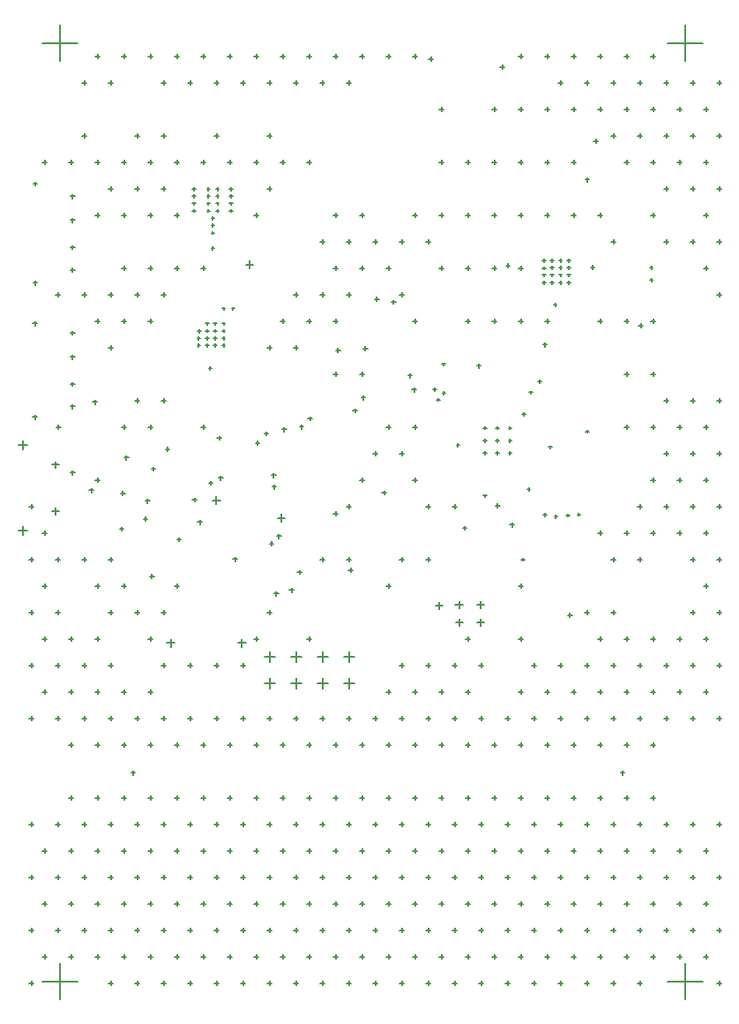
<source format=gbr>
%TF.GenerationSoftware,Altium Limited,Altium Designer,20.2.4 (192)*%
G04 Layer_Color=128*
%FSLAX25Y25*%
%MOIN*%
%TF.SameCoordinates,DD73C85C-3220-4851-94E8-9B28512026BA*%
%TF.FilePolarity,Positive*%
%TF.FileFunction,Drillmap*%
%TF.Part,Single*%
G01*
G75*
%TA.AperFunction,NonConductor*%
%ADD125C,0.00500*%
D125*
X3840Y189883D02*
X7108D01*
X5474Y188249D02*
Y191517D01*
X3840Y222087D02*
X7108D01*
X5474Y220454D02*
Y223721D01*
X16714Y214745D02*
X19274D01*
X17994Y213465D02*
Y216024D01*
X16714Y197225D02*
X19274D01*
X17994Y195946D02*
Y198505D01*
X249213Y19685D02*
X262598D01*
X255906Y12992D02*
Y26378D01*
X12992Y19685D02*
X26378D01*
X19685Y12992D02*
Y26378D01*
X249213Y374016D02*
X262598D01*
X255906Y367323D02*
Y380709D01*
X12992Y374016D02*
X26378D01*
X19685Y367323D02*
Y380709D01*
X96780Y142358D02*
X100779D01*
X98779Y140358D02*
Y144358D01*
X96780Y132358D02*
X100779D01*
X98779Y130358D02*
Y134358D01*
X106780Y142358D02*
X110780D01*
X108780Y140358D02*
Y144358D01*
X106780Y132358D02*
X110780D01*
X108780Y130358D02*
Y134358D01*
X116779Y142358D02*
X120780D01*
X118780Y140358D02*
Y144358D01*
X116779Y132358D02*
X120780D01*
X118780Y130358D02*
Y134358D01*
X126779Y142358D02*
X130780D01*
X128779Y140358D02*
Y144358D01*
X126779Y132358D02*
X130780D01*
X128779Y130358D02*
Y134358D01*
X206244Y275208D02*
X207425D01*
X206835Y274618D02*
Y275799D01*
X242460Y289327D02*
X243760D01*
X243110Y288677D02*
Y289976D01*
X242460Y284602D02*
X243760D01*
X243110Y283952D02*
Y285252D01*
X179665Y228697D02*
X180965D01*
X180315Y228047D02*
Y229346D01*
X184390Y228697D02*
X185689D01*
X185039Y228047D02*
Y229346D01*
X189114Y228697D02*
X190413D01*
X189764Y228047D02*
Y229346D01*
X179665Y223972D02*
X180965D01*
X180315Y223323D02*
Y224622D01*
X184390Y223972D02*
X185689D01*
X185039Y223323D02*
Y224622D01*
X189114Y223972D02*
X190413D01*
X189764Y223323D02*
Y224622D01*
X179665Y219248D02*
X180965D01*
X180315Y218598D02*
Y219897D01*
X184390Y219248D02*
X185689D01*
X185039Y218598D02*
Y219897D01*
X189114Y219248D02*
X190413D01*
X189764Y218598D02*
Y219897D01*
X18301Y228948D02*
X19876D01*
X19089Y228160D02*
Y229735D01*
X23622Y245215D02*
X25197D01*
X24409Y244427D02*
Y246002D01*
X23622Y255451D02*
X25197D01*
X24409Y254663D02*
Y256238D01*
X23622Y236706D02*
X25197D01*
X24409Y235919D02*
Y237494D01*
X9427Y232710D02*
X11002D01*
X10214Y231923D02*
Y233498D01*
X23622Y264506D02*
X25197D01*
X24409Y263719D02*
Y265293D01*
X9427Y268048D02*
X11002D01*
X10214Y267260D02*
Y268835D01*
X9471Y320866D02*
X11045D01*
X10258Y320079D02*
Y321654D01*
X23622Y316142D02*
X25197D01*
X24409Y315354D02*
Y316929D01*
X9471Y283465D02*
X11045D01*
X10258Y282677D02*
Y284252D01*
X23622Y288342D02*
X25197D01*
X24409Y287555D02*
Y289130D01*
X23622Y307087D02*
X25197D01*
X24409Y306299D02*
Y307874D01*
X23622Y296850D02*
X25197D01*
X24409Y296063D02*
Y297638D01*
X267992Y358972D02*
X269567D01*
X268779Y358185D02*
Y359760D01*
X267992Y338972D02*
X269567D01*
X268779Y338185D02*
Y339760D01*
X267992Y318972D02*
X269567D01*
X268779Y318185D02*
Y319760D01*
X267992Y298972D02*
X269567D01*
X268779Y298185D02*
Y299760D01*
X267992Y278972D02*
X269567D01*
X268779Y278185D02*
Y279760D01*
X267992Y238972D02*
X269567D01*
X268779Y238185D02*
Y239760D01*
X267992Y218972D02*
X269567D01*
X268779Y218185D02*
Y219760D01*
X267992Y198972D02*
X269567D01*
X268779Y198185D02*
Y199760D01*
X267992Y178972D02*
X269567D01*
X268779Y178185D02*
Y179760D01*
X267992Y158972D02*
X269567D01*
X268779Y158185D02*
Y159760D01*
X267992Y138972D02*
X269567D01*
X268779Y138185D02*
Y139760D01*
X267992Y118972D02*
X269567D01*
X268779Y118185D02*
Y119760D01*
X267992Y78972D02*
X269567D01*
X268779Y78185D02*
Y79760D01*
X267992Y58972D02*
X269567D01*
X268779Y58185D02*
Y59760D01*
X267992Y38972D02*
X269567D01*
X268779Y38185D02*
Y39760D01*
X267992Y18972D02*
X269567D01*
X268779Y18185D02*
Y19760D01*
X257992Y358972D02*
X259567D01*
X258780Y358185D02*
Y359760D01*
X262992Y348972D02*
X264567D01*
X263779Y348185D02*
Y349760D01*
X257992Y338972D02*
X259567D01*
X258780Y338185D02*
Y339760D01*
X262992Y328972D02*
X264567D01*
X263779Y328185D02*
Y329760D01*
X257992Y318972D02*
X259567D01*
X258780Y318185D02*
Y319760D01*
X262992Y308972D02*
X264567D01*
X263779Y308185D02*
Y309760D01*
X257992Y298972D02*
X259567D01*
X258780Y298185D02*
Y299760D01*
X262992Y288972D02*
X264567D01*
X263779Y288185D02*
Y289760D01*
X257992Y238972D02*
X259567D01*
X258780Y238185D02*
Y239760D01*
X262992Y228972D02*
X264567D01*
X263779Y228185D02*
Y229760D01*
X257992Y218972D02*
X259567D01*
X258780Y218185D02*
Y219760D01*
X262992Y208972D02*
X264567D01*
X263779Y208185D02*
Y209760D01*
X257992Y198972D02*
X259567D01*
X258780Y198185D02*
Y199760D01*
X262992Y188972D02*
X264567D01*
X263779Y188185D02*
Y189760D01*
X257992Y178972D02*
X259567D01*
X258780Y178185D02*
Y179760D01*
X262992Y168972D02*
X264567D01*
X263779Y168185D02*
Y169760D01*
X257992Y158972D02*
X259567D01*
X258780Y158185D02*
Y159760D01*
X262992Y148972D02*
X264567D01*
X263779Y148185D02*
Y149760D01*
X257992Y138972D02*
X259567D01*
X258780Y138185D02*
Y139760D01*
X262992Y128972D02*
X264567D01*
X263779Y128185D02*
Y129760D01*
X257992Y118972D02*
X259567D01*
X258780Y118185D02*
Y119760D01*
X257992Y78972D02*
X259567D01*
X258780Y78185D02*
Y79760D01*
X262992Y68972D02*
X264567D01*
X263779Y68185D02*
Y69760D01*
X257992Y58972D02*
X259567D01*
X258780Y58185D02*
Y59760D01*
X262992Y48972D02*
X264567D01*
X263779Y48185D02*
Y49760D01*
X257992Y38972D02*
X259567D01*
X258780Y38185D02*
Y39760D01*
X262992Y28972D02*
X264567D01*
X263779Y28185D02*
Y29760D01*
X247992Y358972D02*
X249567D01*
X248780Y358185D02*
Y359760D01*
X252992Y348972D02*
X254567D01*
X253780Y348185D02*
Y349760D01*
X247992Y338972D02*
X249567D01*
X248780Y338185D02*
Y339760D01*
X252992Y328972D02*
X254567D01*
X253780Y328185D02*
Y329760D01*
X247992Y318972D02*
X249567D01*
X248780Y318185D02*
Y319760D01*
X247992Y298972D02*
X249567D01*
X248780Y298185D02*
Y299760D01*
X247992Y238972D02*
X249567D01*
X248780Y238185D02*
Y239760D01*
X252992Y228972D02*
X254567D01*
X253780Y228185D02*
Y229760D01*
X247992Y218972D02*
X249567D01*
X248780Y218185D02*
Y219760D01*
X252992Y208972D02*
X254567D01*
X253780Y208185D02*
Y209760D01*
X247992Y198972D02*
X249567D01*
X248780Y198185D02*
Y199760D01*
X252992Y188972D02*
X254567D01*
X253780Y188185D02*
Y189760D01*
X252992Y148972D02*
X254567D01*
X253780Y148185D02*
Y149760D01*
X247992Y138972D02*
X249567D01*
X248780Y138185D02*
Y139760D01*
X252992Y128972D02*
X254567D01*
X253780Y128185D02*
Y129760D01*
X247992Y118972D02*
X249567D01*
X248780Y118185D02*
Y119760D01*
X247992Y78972D02*
X249567D01*
X248780Y78185D02*
Y79760D01*
X252992Y68972D02*
X254567D01*
X253780Y68185D02*
Y69760D01*
X247992Y58972D02*
X249567D01*
X248780Y58185D02*
Y59760D01*
X252992Y48972D02*
X254567D01*
X253780Y48185D02*
Y49760D01*
X247992Y38972D02*
X249567D01*
X248780Y38185D02*
Y39760D01*
X252992Y28972D02*
X254567D01*
X253780Y28185D02*
Y29760D01*
X242992Y368972D02*
X244567D01*
X243779Y368185D02*
Y369760D01*
X237992Y358972D02*
X239567D01*
X238779Y358185D02*
Y359760D01*
X242992Y348972D02*
X244567D01*
X243779Y348185D02*
Y349760D01*
X237992Y338972D02*
X239567D01*
X238779Y338185D02*
Y339760D01*
X242992Y328972D02*
X244567D01*
X243779Y328185D02*
Y329760D01*
X242992Y308972D02*
X244567D01*
X243779Y308185D02*
Y309760D01*
X242992Y268972D02*
X244567D01*
X243779Y268185D02*
Y269760D01*
X242992Y248972D02*
X244567D01*
X243779Y248185D02*
Y249760D01*
X242992Y228972D02*
X244567D01*
X243779Y228185D02*
Y229760D01*
X242992Y208972D02*
X244567D01*
X243779Y208185D02*
Y209760D01*
X237992Y198972D02*
X239567D01*
X238779Y198185D02*
Y199760D01*
X242992Y188972D02*
X244567D01*
X243779Y188185D02*
Y189760D01*
X237992Y178972D02*
X239567D01*
X238779Y178185D02*
Y179760D01*
X242992Y148972D02*
X244567D01*
X243779Y148185D02*
Y149760D01*
X237992Y138972D02*
X239567D01*
X238779Y138185D02*
Y139760D01*
X242992Y128972D02*
X244567D01*
X243779Y128185D02*
Y129760D01*
X237992Y118972D02*
X239567D01*
X238779Y118185D02*
Y119760D01*
X242992Y108972D02*
X244567D01*
X243779Y108185D02*
Y109760D01*
X242992Y88972D02*
X244567D01*
X243779Y88185D02*
Y89760D01*
X237992Y78972D02*
X239567D01*
X238779Y78185D02*
Y79760D01*
X242992Y68972D02*
X244567D01*
X243779Y68185D02*
Y69760D01*
X237992Y58972D02*
X239567D01*
X238779Y58185D02*
Y59760D01*
X242992Y48972D02*
X244567D01*
X243779Y48185D02*
Y49760D01*
X237992Y38972D02*
X239567D01*
X238779Y38185D02*
Y39760D01*
X242992Y28972D02*
X244567D01*
X243779Y28185D02*
Y29760D01*
X237992Y18972D02*
X239567D01*
X238779Y18185D02*
Y19760D01*
X232992Y368972D02*
X234567D01*
X233780Y368185D02*
Y369760D01*
X227992Y358972D02*
X229567D01*
X228780Y358185D02*
Y359760D01*
X232992Y348972D02*
X234567D01*
X233780Y348185D02*
Y349760D01*
X227992Y338972D02*
X229567D01*
X228780Y338185D02*
Y339760D01*
X232992Y328972D02*
X234567D01*
X233780Y328185D02*
Y329760D01*
X227992Y298972D02*
X229567D01*
X228780Y298185D02*
Y299760D01*
X232992Y268972D02*
X234567D01*
X233780Y268185D02*
Y269760D01*
X232992Y248972D02*
X234567D01*
X233780Y248185D02*
Y249760D01*
X232992Y228972D02*
X234567D01*
X233780Y228185D02*
Y229760D01*
X232992Y188972D02*
X234567D01*
X233780Y188185D02*
Y189760D01*
X227992Y178972D02*
X229567D01*
X228780Y178185D02*
Y179760D01*
X227992Y158972D02*
X229567D01*
X228780Y158185D02*
Y159760D01*
X232992Y148972D02*
X234567D01*
X233780Y148185D02*
Y149760D01*
X227992Y138972D02*
X229567D01*
X228780Y138185D02*
Y139760D01*
X232992Y128972D02*
X234567D01*
X233780Y128185D02*
Y129760D01*
X227992Y118972D02*
X229567D01*
X228780Y118185D02*
Y119760D01*
X232992Y108972D02*
X234567D01*
X233780Y108185D02*
Y109760D01*
X232992Y88972D02*
X234567D01*
X233780Y88185D02*
Y89760D01*
X227992Y78972D02*
X229567D01*
X228780Y78185D02*
Y79760D01*
X232992Y68972D02*
X234567D01*
X233780Y68185D02*
Y69760D01*
X227992Y58972D02*
X229567D01*
X228780Y58185D02*
Y59760D01*
X232992Y48972D02*
X234567D01*
X233780Y48185D02*
Y49760D01*
X227992Y38972D02*
X229567D01*
X228780Y38185D02*
Y39760D01*
X232992Y28972D02*
X234567D01*
X233780Y28185D02*
Y29760D01*
X227992Y18972D02*
X229567D01*
X228780Y18185D02*
Y19760D01*
X222992Y368972D02*
X224567D01*
X223780Y368185D02*
Y369760D01*
X217992Y358972D02*
X219567D01*
X218779Y358185D02*
Y359760D01*
X222992Y348972D02*
X224567D01*
X223780Y348185D02*
Y349760D01*
X222992Y308972D02*
X224567D01*
X223780Y308185D02*
Y309760D01*
X222992Y268972D02*
X224567D01*
X223780Y268185D02*
Y269760D01*
X222992Y188972D02*
X224567D01*
X223780Y188185D02*
Y189760D01*
X217992Y158972D02*
X219567D01*
X218779Y158185D02*
Y159760D01*
X222992Y148972D02*
X224567D01*
X223780Y148185D02*
Y149760D01*
X217992Y138972D02*
X219567D01*
X218779Y138185D02*
Y139760D01*
X222992Y128972D02*
X224567D01*
X223780Y128185D02*
Y129760D01*
X217992Y118972D02*
X219567D01*
X218779Y118185D02*
Y119760D01*
X222992Y108972D02*
X224567D01*
X223780Y108185D02*
Y109760D01*
X222992Y88972D02*
X224567D01*
X223780Y88185D02*
Y89760D01*
X217992Y78972D02*
X219567D01*
X218779Y78185D02*
Y79760D01*
X222992Y68972D02*
X224567D01*
X223780Y68185D02*
Y69760D01*
X217992Y58972D02*
X219567D01*
X218779Y58185D02*
Y59760D01*
X222992Y48972D02*
X224567D01*
X223780Y48185D02*
Y49760D01*
X217992Y38972D02*
X219567D01*
X218779Y38185D02*
Y39760D01*
X222992Y28972D02*
X224567D01*
X223780Y28185D02*
Y29760D01*
X217992Y18972D02*
X219567D01*
X218779Y18185D02*
Y19760D01*
X212992Y368972D02*
X214567D01*
X213779Y368185D02*
Y369760D01*
X207992Y358972D02*
X209567D01*
X208780Y358185D02*
Y359760D01*
X212992Y348972D02*
X214567D01*
X213779Y348185D02*
Y349760D01*
X212992Y328972D02*
X214567D01*
X213779Y328185D02*
Y329760D01*
X212992Y308972D02*
X214567D01*
X213779Y308185D02*
Y309760D01*
X207992Y138972D02*
X209567D01*
X208780Y138185D02*
Y139760D01*
X212992Y128972D02*
X214567D01*
X213779Y128185D02*
Y129760D01*
X207992Y118972D02*
X209567D01*
X208780Y118185D02*
Y119760D01*
X212992Y108972D02*
X214567D01*
X213779Y108185D02*
Y109760D01*
X212992Y88972D02*
X214567D01*
X213779Y88185D02*
Y89760D01*
X207992Y78972D02*
X209567D01*
X208780Y78185D02*
Y79760D01*
X212992Y68972D02*
X214567D01*
X213779Y68185D02*
Y69760D01*
X207992Y58972D02*
X209567D01*
X208780Y58185D02*
Y59760D01*
X212992Y48972D02*
X214567D01*
X213779Y48185D02*
Y49760D01*
X207992Y38972D02*
X209567D01*
X208780Y38185D02*
Y39760D01*
X212992Y28972D02*
X214567D01*
X213779Y28185D02*
Y29760D01*
X207992Y18972D02*
X209567D01*
X208780Y18185D02*
Y19760D01*
X202992Y368972D02*
X204567D01*
X203780Y368185D02*
Y369760D01*
X202992Y348972D02*
X204567D01*
X203780Y348185D02*
Y349760D01*
X202992Y328972D02*
X204567D01*
X203780Y328185D02*
Y329760D01*
X202992Y308972D02*
X204567D01*
X203780Y308185D02*
Y309760D01*
X202992Y268972D02*
X204567D01*
X203780Y268185D02*
Y269760D01*
X197992Y138972D02*
X199567D01*
X198779Y138185D02*
Y139760D01*
X202992Y128972D02*
X204567D01*
X203780Y128185D02*
Y129760D01*
X197992Y118972D02*
X199567D01*
X198779Y118185D02*
Y119760D01*
X202992Y108972D02*
X204567D01*
X203780Y108185D02*
Y109760D01*
X202992Y88972D02*
X204567D01*
X203780Y88185D02*
Y89760D01*
X197992Y78972D02*
X199567D01*
X198779Y78185D02*
Y79760D01*
X202992Y68972D02*
X204567D01*
X203780Y68185D02*
Y69760D01*
X197992Y58972D02*
X199567D01*
X198779Y58185D02*
Y59760D01*
X202992Y48972D02*
X204567D01*
X203780Y48185D02*
Y49760D01*
X197992Y38972D02*
X199567D01*
X198779Y38185D02*
Y39760D01*
X202992Y28972D02*
X204567D01*
X203780Y28185D02*
Y29760D01*
X197992Y18972D02*
X199567D01*
X198779Y18185D02*
Y19760D01*
X192992Y368972D02*
X194567D01*
X193780Y368185D02*
Y369760D01*
X192992Y348972D02*
X194567D01*
X193780Y348185D02*
Y349760D01*
X192992Y328972D02*
X194567D01*
X193780Y328185D02*
Y329760D01*
X192992Y308972D02*
X194567D01*
X193780Y308185D02*
Y309760D01*
X192992Y288972D02*
X194567D01*
X193780Y288185D02*
Y289760D01*
X192992Y268972D02*
X194567D01*
X193780Y268185D02*
Y269760D01*
X192992Y168972D02*
X194567D01*
X193780Y168185D02*
Y169760D01*
X192992Y148972D02*
X194567D01*
X193780Y148185D02*
Y149760D01*
X192992Y128972D02*
X194567D01*
X193780Y128185D02*
Y129760D01*
X187992Y118972D02*
X189567D01*
X188779Y118185D02*
Y119760D01*
X192992Y108972D02*
X194567D01*
X193780Y108185D02*
Y109760D01*
X192992Y88972D02*
X194567D01*
X193780Y88185D02*
Y89760D01*
X187992Y78972D02*
X189567D01*
X188779Y78185D02*
Y79760D01*
X192992Y68972D02*
X194567D01*
X193780Y68185D02*
Y69760D01*
X187992Y58972D02*
X189567D01*
X188779Y58185D02*
Y59760D01*
X192992Y48972D02*
X194567D01*
X193780Y48185D02*
Y49760D01*
X187992Y38972D02*
X189567D01*
X188779Y38185D02*
Y39760D01*
X192992Y28972D02*
X194567D01*
X193780Y28185D02*
Y29760D01*
X187992Y18972D02*
X189567D01*
X188779Y18185D02*
Y19760D01*
X182992Y348972D02*
X184567D01*
X183780Y348185D02*
Y349760D01*
X182992Y328972D02*
X184567D01*
X183780Y328185D02*
Y329760D01*
X182992Y308972D02*
X184567D01*
X183780Y308185D02*
Y309760D01*
X182992Y288972D02*
X184567D01*
X183780Y288185D02*
Y289760D01*
X182992Y268972D02*
X184567D01*
X183780Y268185D02*
Y269760D01*
X177992Y138972D02*
X179567D01*
X178779Y138185D02*
Y139760D01*
X177992Y118972D02*
X179567D01*
X178779Y118185D02*
Y119760D01*
X182992Y108972D02*
X184567D01*
X183780Y108185D02*
Y109760D01*
X182992Y88972D02*
X184567D01*
X183780Y88185D02*
Y89760D01*
X177992Y78972D02*
X179567D01*
X178779Y78185D02*
Y79760D01*
X182992Y68972D02*
X184567D01*
X183780Y68185D02*
Y69760D01*
X177992Y58972D02*
X179567D01*
X178779Y58185D02*
Y59760D01*
X182992Y48972D02*
X184567D01*
X183780Y48185D02*
Y49760D01*
X177992Y38972D02*
X179567D01*
X178779Y38185D02*
Y39760D01*
X182992Y28972D02*
X184567D01*
X183780Y28185D02*
Y29760D01*
X177992Y18972D02*
X179567D01*
X178779Y18185D02*
Y19760D01*
X172992Y328972D02*
X174567D01*
X173779Y328185D02*
Y329760D01*
X172992Y308972D02*
X174567D01*
X173779Y308185D02*
Y309760D01*
X172992Y288972D02*
X174567D01*
X173779Y288185D02*
Y289760D01*
X172992Y268972D02*
X174567D01*
X173779Y268185D02*
Y269760D01*
X167992Y198972D02*
X169567D01*
X168780Y198185D02*
Y199760D01*
X172992Y148972D02*
X174567D01*
X173779Y148185D02*
Y149760D01*
X167992Y138972D02*
X169567D01*
X168780Y138185D02*
Y139760D01*
X172992Y128972D02*
X174567D01*
X173779Y128185D02*
Y129760D01*
X167992Y118972D02*
X169567D01*
X168780Y118185D02*
Y119760D01*
X172992Y108972D02*
X174567D01*
X173779Y108185D02*
Y109760D01*
X172992Y88972D02*
X174567D01*
X173779Y88185D02*
Y89760D01*
X167992Y78972D02*
X169567D01*
X168780Y78185D02*
Y79760D01*
X172992Y68972D02*
X174567D01*
X173779Y68185D02*
Y69760D01*
X167992Y58972D02*
X169567D01*
X168780Y58185D02*
Y59760D01*
X172992Y48972D02*
X174567D01*
X173779Y48185D02*
Y49760D01*
X167992Y38972D02*
X169567D01*
X168780Y38185D02*
Y39760D01*
X172992Y28972D02*
X174567D01*
X173779Y28185D02*
Y29760D01*
X167992Y18972D02*
X169567D01*
X168780Y18185D02*
Y19760D01*
X162992Y348972D02*
X164567D01*
X163779Y348185D02*
Y349760D01*
X162992Y328972D02*
X164567D01*
X163779Y328185D02*
Y329760D01*
X162992Y308972D02*
X164567D01*
X163779Y308185D02*
Y309760D01*
X157992Y298972D02*
X159567D01*
X158780Y298185D02*
Y299760D01*
X162992Y288972D02*
X164567D01*
X163779Y288185D02*
Y289760D01*
X157992Y198972D02*
X159567D01*
X158780Y198185D02*
Y199760D01*
X157992Y178972D02*
X159567D01*
X158780Y178185D02*
Y179760D01*
X157992Y138972D02*
X159567D01*
X158780Y138185D02*
Y139760D01*
X162992Y128972D02*
X164567D01*
X163779Y128185D02*
Y129760D01*
X157992Y118972D02*
X159567D01*
X158780Y118185D02*
Y119760D01*
X162992Y108972D02*
X164567D01*
X163779Y108185D02*
Y109760D01*
X162992Y88972D02*
X164567D01*
X163779Y88185D02*
Y89760D01*
X157992Y78972D02*
X159567D01*
X158780Y78185D02*
Y79760D01*
X162992Y68972D02*
X164567D01*
X163779Y68185D02*
Y69760D01*
X157992Y58972D02*
X159567D01*
X158780Y58185D02*
Y59760D01*
X162992Y48972D02*
X164567D01*
X163779Y48185D02*
Y49760D01*
X157992Y38972D02*
X159567D01*
X158780Y38185D02*
Y39760D01*
X162992Y28972D02*
X164567D01*
X163779Y28185D02*
Y29760D01*
X157992Y18972D02*
X159567D01*
X158780Y18185D02*
Y19760D01*
X152992Y368972D02*
X154567D01*
X153779Y368185D02*
Y369760D01*
X152992Y308972D02*
X154567D01*
X153779Y308185D02*
Y309760D01*
X147992Y298972D02*
X149567D01*
X148779Y298185D02*
Y299760D01*
X147992Y278972D02*
X149567D01*
X148779Y278185D02*
Y279760D01*
X152992Y268972D02*
X154567D01*
X153779Y268185D02*
Y269760D01*
X152992Y228972D02*
X154567D01*
X153779Y228185D02*
Y229760D01*
X147992Y218972D02*
X149567D01*
X148779Y218185D02*
Y219760D01*
X152992Y208972D02*
X154567D01*
X153779Y208185D02*
Y209760D01*
X147992Y178972D02*
X149567D01*
X148779Y178185D02*
Y179760D01*
X147992Y138972D02*
X149567D01*
X148779Y138185D02*
Y139760D01*
X152992Y128972D02*
X154567D01*
X153779Y128185D02*
Y129760D01*
X147992Y118972D02*
X149567D01*
X148779Y118185D02*
Y119760D01*
X152992Y108972D02*
X154567D01*
X153779Y108185D02*
Y109760D01*
X152992Y88972D02*
X154567D01*
X153779Y88185D02*
Y89760D01*
X147992Y78972D02*
X149567D01*
X148779Y78185D02*
Y79760D01*
X152992Y68972D02*
X154567D01*
X153779Y68185D02*
Y69760D01*
X147992Y58972D02*
X149567D01*
X148779Y58185D02*
Y59760D01*
X152992Y48972D02*
X154567D01*
X153779Y48185D02*
Y49760D01*
X147992Y38972D02*
X149567D01*
X148779Y38185D02*
Y39760D01*
X152992Y28972D02*
X154567D01*
X153779Y28185D02*
Y29760D01*
X147992Y18972D02*
X149567D01*
X148779Y18185D02*
Y19760D01*
X142992Y368972D02*
X144567D01*
X143780Y368185D02*
Y369760D01*
X137992Y298972D02*
X139567D01*
X138779Y298185D02*
Y299760D01*
X142992Y288972D02*
X144567D01*
X143780Y288185D02*
Y289760D01*
X142992Y228972D02*
X144567D01*
X143780Y228185D02*
Y229760D01*
X137992Y218972D02*
X139567D01*
X138779Y218185D02*
Y219760D01*
X142992Y168972D02*
X144567D01*
X143780Y168185D02*
Y169760D01*
X142992Y128972D02*
X144567D01*
X143780Y128185D02*
Y129760D01*
X137992Y118972D02*
X139567D01*
X138779Y118185D02*
Y119760D01*
X142992Y108972D02*
X144567D01*
X143780Y108185D02*
Y109760D01*
X142992Y88972D02*
X144567D01*
X143780Y88185D02*
Y89760D01*
X137992Y78972D02*
X139567D01*
X138779Y78185D02*
Y79760D01*
X142992Y68972D02*
X144567D01*
X143780Y68185D02*
Y69760D01*
X137992Y58972D02*
X139567D01*
X138779Y58185D02*
Y59760D01*
X142992Y48972D02*
X144567D01*
X143780Y48185D02*
Y49760D01*
X137992Y38972D02*
X139567D01*
X138779Y38185D02*
Y39760D01*
X142992Y28972D02*
X144567D01*
X143780Y28185D02*
Y29760D01*
X137992Y18972D02*
X139567D01*
X138779Y18185D02*
Y19760D01*
X132992Y368972D02*
X134567D01*
X133780Y368185D02*
Y369760D01*
X127992Y358972D02*
X129567D01*
X128779Y358185D02*
Y359760D01*
X132992Y308972D02*
X134567D01*
X133780Y308185D02*
Y309760D01*
X127992Y298972D02*
X129567D01*
X128779Y298185D02*
Y299760D01*
X132992Y288972D02*
X134567D01*
X133780Y288185D02*
Y289760D01*
X127992Y278972D02*
X129567D01*
X128779Y278185D02*
Y279760D01*
X132992Y248972D02*
X134567D01*
X133780Y248185D02*
Y249760D01*
X132992Y208972D02*
X134567D01*
X133780Y208185D02*
Y209760D01*
X127992Y198972D02*
X129567D01*
X128779Y198185D02*
Y199760D01*
X127992Y178972D02*
X129567D01*
X128779Y178185D02*
Y179760D01*
X127992Y118972D02*
X129567D01*
X128779Y118185D02*
Y119760D01*
X132992Y108972D02*
X134567D01*
X133780Y108185D02*
Y109760D01*
X132992Y88972D02*
X134567D01*
X133780Y88185D02*
Y89760D01*
X127992Y78972D02*
X129567D01*
X128779Y78185D02*
Y79760D01*
X132992Y68972D02*
X134567D01*
X133780Y68185D02*
Y69760D01*
X127992Y58972D02*
X129567D01*
X128779Y58185D02*
Y59760D01*
X132992Y48972D02*
X134567D01*
X133780Y48185D02*
Y49760D01*
X127992Y38972D02*
X129567D01*
X128779Y38185D02*
Y39760D01*
X132992Y28972D02*
X134567D01*
X133780Y28185D02*
Y29760D01*
X127992Y18972D02*
X129567D01*
X128779Y18185D02*
Y19760D01*
X122992Y368972D02*
X124567D01*
X123779Y368185D02*
Y369760D01*
X117992Y358972D02*
X119567D01*
X118780Y358185D02*
Y359760D01*
X122992Y308972D02*
X124567D01*
X123779Y308185D02*
Y309760D01*
X117992Y298972D02*
X119567D01*
X118780Y298185D02*
Y299760D01*
X122992Y288972D02*
X124567D01*
X123779Y288185D02*
Y289760D01*
X117992Y278972D02*
X119567D01*
X118780Y278185D02*
Y279760D01*
X122992Y268972D02*
X124567D01*
X123779Y268185D02*
Y269760D01*
X122992Y248972D02*
X124567D01*
X123779Y248185D02*
Y249760D01*
X117992Y178972D02*
X119567D01*
X118780Y178185D02*
Y179760D01*
X117992Y118972D02*
X119567D01*
X118780Y118185D02*
Y119760D01*
X122992Y108972D02*
X124567D01*
X123779Y108185D02*
Y109760D01*
X122992Y88972D02*
X124567D01*
X123779Y88185D02*
Y89760D01*
X117992Y78972D02*
X119567D01*
X118780Y78185D02*
Y79760D01*
X122992Y68972D02*
X124567D01*
X123779Y68185D02*
Y69760D01*
X117992Y58972D02*
X119567D01*
X118780Y58185D02*
Y59760D01*
X122992Y48972D02*
X124567D01*
X123779Y48185D02*
Y49760D01*
X117992Y38972D02*
X119567D01*
X118780Y38185D02*
Y39760D01*
X122992Y28972D02*
X124567D01*
X123779Y28185D02*
Y29760D01*
X117992Y18972D02*
X119567D01*
X118780Y18185D02*
Y19760D01*
X112992Y368972D02*
X114567D01*
X113779Y368185D02*
Y369760D01*
X107992Y358972D02*
X109567D01*
X108780Y358185D02*
Y359760D01*
X112992Y328972D02*
X114567D01*
X113779Y328185D02*
Y329760D01*
X107992Y278972D02*
X109567D01*
X108780Y278185D02*
Y279760D01*
X112992Y268972D02*
X114567D01*
X113779Y268185D02*
Y269760D01*
X107992Y258972D02*
X109567D01*
X108780Y258185D02*
Y259760D01*
X112992Y148972D02*
X114567D01*
X113779Y148185D02*
Y149760D01*
X107992Y118972D02*
X109567D01*
X108780Y118185D02*
Y119760D01*
X112992Y108972D02*
X114567D01*
X113779Y108185D02*
Y109760D01*
X112992Y88972D02*
X114567D01*
X113779Y88185D02*
Y89760D01*
X107992Y78972D02*
X109567D01*
X108780Y78185D02*
Y79760D01*
X112992Y68972D02*
X114567D01*
X113779Y68185D02*
Y69760D01*
X107992Y58972D02*
X109567D01*
X108780Y58185D02*
Y59760D01*
X112992Y48972D02*
X114567D01*
X113779Y48185D02*
Y49760D01*
X107992Y38972D02*
X109567D01*
X108780Y38185D02*
Y39760D01*
X112992Y28972D02*
X114567D01*
X113779Y28185D02*
Y29760D01*
X107992Y18972D02*
X109567D01*
X108780Y18185D02*
Y19760D01*
X102992Y368972D02*
X104567D01*
X103779Y368185D02*
Y369760D01*
X97992Y358972D02*
X99567D01*
X98779Y358185D02*
Y359760D01*
X97992Y338972D02*
X99567D01*
X98779Y338185D02*
Y339760D01*
X102992Y328972D02*
X104567D01*
X103779Y328185D02*
Y329760D01*
X97992Y318972D02*
X99567D01*
X98779Y318185D02*
Y319760D01*
X102992Y268972D02*
X104567D01*
X103779Y268185D02*
Y269760D01*
X97992Y258972D02*
X99567D01*
X98779Y258185D02*
Y259760D01*
X97992Y158972D02*
X99567D01*
X98779Y158185D02*
Y159760D01*
X97992Y118972D02*
X99567D01*
X98779Y118185D02*
Y119760D01*
X102992Y108972D02*
X104567D01*
X103779Y108185D02*
Y109760D01*
X102992Y88972D02*
X104567D01*
X103779Y88185D02*
Y89760D01*
X97992Y78972D02*
X99567D01*
X98779Y78185D02*
Y79760D01*
X102992Y68972D02*
X104567D01*
X103779Y68185D02*
Y69760D01*
X97992Y58972D02*
X99567D01*
X98779Y58185D02*
Y59760D01*
X102992Y48972D02*
X104567D01*
X103779Y48185D02*
Y49760D01*
X97992Y38972D02*
X99567D01*
X98779Y38185D02*
Y39760D01*
X102992Y28972D02*
X104567D01*
X103779Y28185D02*
Y29760D01*
X97992Y18972D02*
X99567D01*
X98779Y18185D02*
Y19760D01*
X92992Y368972D02*
X94567D01*
X93779Y368185D02*
Y369760D01*
X87992Y358972D02*
X89567D01*
X88779Y358185D02*
Y359760D01*
X92992Y328972D02*
X94567D01*
X93779Y328185D02*
Y329760D01*
X92992Y308972D02*
X94567D01*
X93779Y308185D02*
Y309760D01*
X92992Y148972D02*
X94567D01*
X93779Y148185D02*
Y149760D01*
X87992Y138972D02*
X89567D01*
X88779Y138185D02*
Y139760D01*
X87992Y118972D02*
X89567D01*
X88779Y118185D02*
Y119760D01*
X92992Y108972D02*
X94567D01*
X93779Y108185D02*
Y109760D01*
X92992Y88972D02*
X94567D01*
X93779Y88185D02*
Y89760D01*
X87992Y78972D02*
X89567D01*
X88779Y78185D02*
Y79760D01*
X92992Y68972D02*
X94567D01*
X93779Y68185D02*
Y69760D01*
X87992Y58972D02*
X89567D01*
X88779Y58185D02*
Y59760D01*
X92992Y48972D02*
X94567D01*
X93779Y48185D02*
Y49760D01*
X87992Y38972D02*
X89567D01*
X88779Y38185D02*
Y39760D01*
X92992Y28972D02*
X94567D01*
X93779Y28185D02*
Y29760D01*
X87992Y18972D02*
X89567D01*
X88779Y18185D02*
Y19760D01*
X82992Y368972D02*
X84567D01*
X83780Y368185D02*
Y369760D01*
X77992Y358972D02*
X79567D01*
X78780Y358185D02*
Y359760D01*
X77992Y338972D02*
X79567D01*
X78780Y338185D02*
Y339760D01*
X82992Y328972D02*
X84567D01*
X83780Y328185D02*
Y329760D01*
X77992Y138972D02*
X79567D01*
X78780Y138185D02*
Y139760D01*
X77992Y118972D02*
X79567D01*
X78780Y118185D02*
Y119760D01*
X82992Y108972D02*
X84567D01*
X83780Y108185D02*
Y109760D01*
X82992Y88972D02*
X84567D01*
X83780Y88185D02*
Y89760D01*
X77992Y78972D02*
X79567D01*
X78780Y78185D02*
Y79760D01*
X82992Y68972D02*
X84567D01*
X83780Y68185D02*
Y69760D01*
X77992Y58972D02*
X79567D01*
X78780Y58185D02*
Y59760D01*
X82992Y48972D02*
X84567D01*
X83780Y48185D02*
Y49760D01*
X77992Y38972D02*
X79567D01*
X78780Y38185D02*
Y39760D01*
X82992Y28972D02*
X84567D01*
X83780Y28185D02*
Y29760D01*
X77992Y18972D02*
X79567D01*
X78780Y18185D02*
Y19760D01*
X72992Y368972D02*
X74567D01*
X73779Y368185D02*
Y369760D01*
X67992Y358972D02*
X69567D01*
X68779Y358185D02*
Y359760D01*
X72992Y328972D02*
X74567D01*
X73779Y328185D02*
Y329760D01*
X72992Y288972D02*
X74567D01*
X73779Y288185D02*
Y289760D01*
X72992Y228972D02*
X74567D01*
X73779Y228185D02*
Y229760D01*
X67992Y138972D02*
X69567D01*
X68779Y138185D02*
Y139760D01*
X67992Y118972D02*
X69567D01*
X68779Y118185D02*
Y119760D01*
X72992Y108972D02*
X74567D01*
X73779Y108185D02*
Y109760D01*
X72992Y88972D02*
X74567D01*
X73779Y88185D02*
Y89760D01*
X67992Y78972D02*
X69567D01*
X68779Y78185D02*
Y79760D01*
X72992Y68972D02*
X74567D01*
X73779Y68185D02*
Y69760D01*
X67992Y58972D02*
X69567D01*
X68779Y58185D02*
Y59760D01*
X72992Y48972D02*
X74567D01*
X73779Y48185D02*
Y49760D01*
X67992Y38972D02*
X69567D01*
X68779Y38185D02*
Y39760D01*
X72992Y28972D02*
X74567D01*
X73779Y28185D02*
Y29760D01*
X67992Y18972D02*
X69567D01*
X68779Y18185D02*
Y19760D01*
X62992Y368972D02*
X64567D01*
X63779Y368185D02*
Y369760D01*
X57992Y358972D02*
X59567D01*
X58780Y358185D02*
Y359760D01*
X57992Y338972D02*
X59567D01*
X58780Y338185D02*
Y339760D01*
X62992Y328972D02*
X64567D01*
X63779Y328185D02*
Y329760D01*
X57992Y318972D02*
X59567D01*
X58780Y318185D02*
Y319760D01*
X62992Y308972D02*
X64567D01*
X63779Y308185D02*
Y309760D01*
X62992Y288972D02*
X64567D01*
X63779Y288185D02*
Y289760D01*
X57992Y278972D02*
X59567D01*
X58780Y278185D02*
Y279760D01*
X57992Y238972D02*
X59567D01*
X58780Y238185D02*
Y239760D01*
X62992Y168972D02*
X64567D01*
X63779Y168185D02*
Y169760D01*
X57992Y158972D02*
X59567D01*
X58780Y158185D02*
Y159760D01*
X57992Y138972D02*
X59567D01*
X58780Y138185D02*
Y139760D01*
X57992Y118972D02*
X59567D01*
X58780Y118185D02*
Y119760D01*
X62992Y108972D02*
X64567D01*
X63779Y108185D02*
Y109760D01*
X62992Y88972D02*
X64567D01*
X63779Y88185D02*
Y89760D01*
X57992Y78972D02*
X59567D01*
X58780Y78185D02*
Y79760D01*
X62992Y68972D02*
X64567D01*
X63779Y68185D02*
Y69760D01*
X57992Y58972D02*
X59567D01*
X58780Y58185D02*
Y59760D01*
X62992Y48972D02*
X64567D01*
X63779Y48185D02*
Y49760D01*
X57992Y38972D02*
X59567D01*
X58780Y38185D02*
Y39760D01*
X62992Y28972D02*
X64567D01*
X63779Y28185D02*
Y29760D01*
X57992Y18972D02*
X59567D01*
X58780Y18185D02*
Y19760D01*
X52992Y368972D02*
X54567D01*
X53780Y368185D02*
Y369760D01*
X47992Y338972D02*
X49567D01*
X48779Y338185D02*
Y339760D01*
X52992Y328972D02*
X54567D01*
X53780Y328185D02*
Y329760D01*
X47992Y318972D02*
X49567D01*
X48779Y318185D02*
Y319760D01*
X52992Y308972D02*
X54567D01*
X53780Y308185D02*
Y309760D01*
X52992Y288972D02*
X54567D01*
X53780Y288185D02*
Y289760D01*
X47992Y278972D02*
X49567D01*
X48779Y278185D02*
Y279760D01*
X52992Y268972D02*
X54567D01*
X53780Y268185D02*
Y269760D01*
X47992Y238972D02*
X49567D01*
X48779Y238185D02*
Y239760D01*
X52992Y228972D02*
X54567D01*
X53780Y228185D02*
Y229760D01*
X47992Y158972D02*
X49567D01*
X48779Y158185D02*
Y159760D01*
X52992Y148972D02*
X54567D01*
X53780Y148185D02*
Y149760D01*
X52992Y128972D02*
X54567D01*
X53780Y128185D02*
Y129760D01*
X47992Y118972D02*
X49567D01*
X48779Y118185D02*
Y119760D01*
X52992Y108972D02*
X54567D01*
X53780Y108185D02*
Y109760D01*
X52992Y88972D02*
X54567D01*
X53780Y88185D02*
Y89760D01*
X47992Y78972D02*
X49567D01*
X48779Y78185D02*
Y79760D01*
X52992Y68972D02*
X54567D01*
X53780Y68185D02*
Y69760D01*
X47992Y58972D02*
X49567D01*
X48779Y58185D02*
Y59760D01*
X52992Y48972D02*
X54567D01*
X53780Y48185D02*
Y49760D01*
X47992Y38972D02*
X49567D01*
X48779Y38185D02*
Y39760D01*
X52992Y28972D02*
X54567D01*
X53780Y28185D02*
Y29760D01*
X47992Y18972D02*
X49567D01*
X48779Y18185D02*
Y19760D01*
X42992Y368972D02*
X44567D01*
X43780Y368185D02*
Y369760D01*
X37992Y358972D02*
X39567D01*
X38780Y358185D02*
Y359760D01*
X42992Y328972D02*
X44567D01*
X43780Y328185D02*
Y329760D01*
X37992Y318972D02*
X39567D01*
X38780Y318185D02*
Y319760D01*
X42992Y308972D02*
X44567D01*
X43780Y308185D02*
Y309760D01*
X42992Y288972D02*
X44567D01*
X43780Y288185D02*
Y289760D01*
X37992Y278972D02*
X39567D01*
X38780Y278185D02*
Y279760D01*
X42992Y268972D02*
X44567D01*
X43780Y268185D02*
Y269760D01*
X37992Y258972D02*
X39567D01*
X38780Y258185D02*
Y259760D01*
X42992Y228972D02*
X44567D01*
X43780Y228185D02*
Y229760D01*
X37992Y178972D02*
X39567D01*
X38780Y178185D02*
Y179760D01*
X42992Y168972D02*
X44567D01*
X43780Y168185D02*
Y169760D01*
X37992Y158972D02*
X39567D01*
X38780Y158185D02*
Y159760D01*
X37992Y138972D02*
X39567D01*
X38780Y138185D02*
Y139760D01*
X42992Y128972D02*
X44567D01*
X43780Y128185D02*
Y129760D01*
X37992Y118972D02*
X39567D01*
X38780Y118185D02*
Y119760D01*
X42992Y108972D02*
X44567D01*
X43780Y108185D02*
Y109760D01*
X42992Y88972D02*
X44567D01*
X43780Y88185D02*
Y89760D01*
X37992Y78972D02*
X39567D01*
X38780Y78185D02*
Y79760D01*
X42992Y68972D02*
X44567D01*
X43780Y68185D02*
Y69760D01*
X37992Y58972D02*
X39567D01*
X38780Y58185D02*
Y59760D01*
X42992Y48972D02*
X44567D01*
X43780Y48185D02*
Y49760D01*
X37992Y38972D02*
X39567D01*
X38780Y38185D02*
Y39760D01*
X42992Y28972D02*
X44567D01*
X43780Y28185D02*
Y29760D01*
X37992Y18972D02*
X39567D01*
X38780Y18185D02*
Y19760D01*
X32992Y368972D02*
X34567D01*
X33779Y368185D02*
Y369760D01*
X27992Y358972D02*
X29567D01*
X28780Y358185D02*
Y359760D01*
X27992Y338972D02*
X29567D01*
X28780Y338185D02*
Y339760D01*
X32992Y328972D02*
X34567D01*
X33779Y328185D02*
Y329760D01*
X32992Y308972D02*
X34567D01*
X33779Y308185D02*
Y309760D01*
X27992Y278972D02*
X29567D01*
X28780Y278185D02*
Y279760D01*
X32992Y268972D02*
X34567D01*
X33779Y268185D02*
Y269760D01*
X32992Y208972D02*
X34567D01*
X33779Y208185D02*
Y209760D01*
X27992Y178972D02*
X29567D01*
X28780Y178185D02*
Y179760D01*
X32992Y168972D02*
X34567D01*
X33779Y168185D02*
Y169760D01*
X32992Y148972D02*
X34567D01*
X33779Y148185D02*
Y149760D01*
X27992Y138972D02*
X29567D01*
X28780Y138185D02*
Y139760D01*
X32992Y128972D02*
X34567D01*
X33779Y128185D02*
Y129760D01*
X27992Y118972D02*
X29567D01*
X28780Y118185D02*
Y119760D01*
X32992Y108972D02*
X34567D01*
X33779Y108185D02*
Y109760D01*
X32992Y88972D02*
X34567D01*
X33779Y88185D02*
Y89760D01*
X27992Y78972D02*
X29567D01*
X28780Y78185D02*
Y79760D01*
X32992Y68972D02*
X34567D01*
X33779Y68185D02*
Y69760D01*
X27992Y58972D02*
X29567D01*
X28780Y58185D02*
Y59760D01*
X32992Y48972D02*
X34567D01*
X33779Y48185D02*
Y49760D01*
X27992Y38972D02*
X29567D01*
X28780Y38185D02*
Y39760D01*
X32992Y28972D02*
X34567D01*
X33779Y28185D02*
Y29760D01*
X22992Y328972D02*
X24567D01*
X23779Y328185D02*
Y329760D01*
X17992Y278972D02*
X19567D01*
X18779Y278185D02*
Y279760D01*
X17992Y178972D02*
X19567D01*
X18779Y178185D02*
Y179760D01*
X17992Y158972D02*
X19567D01*
X18779Y158185D02*
Y159760D01*
X22992Y148972D02*
X24567D01*
X23779Y148185D02*
Y149760D01*
X17992Y138972D02*
X19567D01*
X18779Y138185D02*
Y139760D01*
X22992Y128972D02*
X24567D01*
X23779Y128185D02*
Y129760D01*
X17992Y118972D02*
X19567D01*
X18779Y118185D02*
Y119760D01*
X22992Y108972D02*
X24567D01*
X23779Y108185D02*
Y109760D01*
X22992Y88972D02*
X24567D01*
X23779Y88185D02*
Y89760D01*
X17992Y78972D02*
X19567D01*
X18779Y78185D02*
Y79760D01*
X22992Y68972D02*
X24567D01*
X23779Y68185D02*
Y69760D01*
X17992Y58972D02*
X19567D01*
X18779Y58185D02*
Y59760D01*
X22992Y48972D02*
X24567D01*
X23779Y48185D02*
Y49760D01*
X17992Y38972D02*
X19567D01*
X18779Y38185D02*
Y39760D01*
X22992Y28972D02*
X24567D01*
X23779Y28185D02*
Y29760D01*
X12992Y328972D02*
X14567D01*
X13780Y328185D02*
Y329760D01*
X7992Y198972D02*
X9567D01*
X8779Y198185D02*
Y199760D01*
X12992Y188972D02*
X14567D01*
X13780Y188185D02*
Y189760D01*
X7992Y178972D02*
X9567D01*
X8779Y178185D02*
Y179760D01*
X12992Y168972D02*
X14567D01*
X13780Y168185D02*
Y169760D01*
X7992Y158972D02*
X9567D01*
X8779Y158185D02*
Y159760D01*
X12992Y148972D02*
X14567D01*
X13780Y148185D02*
Y149760D01*
X7992Y138972D02*
X9567D01*
X8779Y138185D02*
Y139760D01*
X12992Y128972D02*
X14567D01*
X13780Y128185D02*
Y129760D01*
X7992Y118972D02*
X9567D01*
X8779Y118185D02*
Y119760D01*
X7992Y78972D02*
X9567D01*
X8779Y78185D02*
Y79760D01*
X12992Y68972D02*
X14567D01*
X13780Y68185D02*
Y69760D01*
X7992Y58972D02*
X9567D01*
X8779Y58185D02*
Y59760D01*
X12992Y48972D02*
X14567D01*
X13780Y48185D02*
Y49760D01*
X7992Y38972D02*
X9567D01*
X8779Y38185D02*
Y39760D01*
X12992Y28972D02*
X14567D01*
X13780Y28185D02*
Y29760D01*
X7992Y18972D02*
X9567D01*
X8779Y18185D02*
Y19760D01*
X201921Y291886D02*
X203102D01*
X202512Y291295D02*
Y292476D01*
X205069Y286375D02*
X206251D01*
X205660Y285785D02*
Y286966D01*
X208219Y286375D02*
X209400D01*
X208809Y285785D02*
Y286966D01*
X208219Y283619D02*
X209400D01*
X208809Y283029D02*
Y284210D01*
X205069Y283619D02*
X206251D01*
X205660Y283029D02*
Y284210D01*
X205069Y289131D02*
X206251D01*
X205660Y288541D02*
Y289722D01*
X208219Y289131D02*
X209400D01*
X208809Y288541D02*
Y289722D01*
X208219Y291886D02*
X209400D01*
X208809Y291295D02*
Y292476D01*
X201920Y283619D02*
X203101D01*
X202510Y283029D02*
Y284210D01*
X201920Y286375D02*
X203101D01*
X202510Y285785D02*
Y286966D01*
X205069Y291886D02*
X206251D01*
X205660Y291295D02*
Y292476D01*
X201921Y288963D02*
X203102D01*
X202512Y288373D02*
Y289554D01*
X211369Y291886D02*
X212550D01*
X211959Y291295D02*
Y292476D01*
X211369Y286375D02*
X212550D01*
X211959Y285785D02*
Y286966D01*
X211369Y289131D02*
X212550D01*
X211959Y288541D02*
Y289722D01*
X211369Y283619D02*
X212550D01*
X211959Y283029D02*
Y284210D01*
X31999Y238453D02*
X33574D01*
X32787Y237666D02*
Y239241D01*
X84449Y273720D02*
X85630D01*
X85039Y273130D02*
Y274311D01*
X80905Y273720D02*
X82087D01*
X81496Y273130D02*
Y274311D01*
X75787Y251218D02*
X76968D01*
X76378Y250628D02*
Y251809D01*
X80905Y259782D02*
X82087D01*
X81496Y259191D02*
Y260372D01*
X80905Y265293D02*
X82087D01*
X81496Y264703D02*
Y265884D01*
X80905Y262537D02*
X82087D01*
X81496Y261947D02*
Y263128D01*
X80905Y268048D02*
X82087D01*
X81496Y267457D02*
Y268638D01*
X71624Y265126D02*
X72806D01*
X72215Y264535D02*
Y265716D01*
X74606Y268048D02*
X75787D01*
X75197Y267457D02*
Y268638D01*
X71457Y262537D02*
X72638D01*
X72047Y261947D02*
Y263128D01*
X71457Y259782D02*
X72638D01*
X72047Y259191D02*
Y260372D01*
X77756Y268048D02*
X78937D01*
X78347Y267457D02*
Y268638D01*
X77756Y265293D02*
X78937D01*
X78347Y264703D02*
Y265884D01*
X74606Y265293D02*
X75787D01*
X75197Y264703D02*
Y265884D01*
X74606Y259782D02*
X75787D01*
X75197Y259191D02*
Y260372D01*
X77756Y259782D02*
X78937D01*
X78347Y259191D02*
Y260372D01*
X77756Y262537D02*
X78937D01*
X78347Y261947D02*
Y263128D01*
X74606Y262537D02*
X75787D01*
X75197Y261947D02*
Y263128D01*
X76772Y296457D02*
X77953D01*
X77362Y295866D02*
Y297047D01*
X76772Y305118D02*
X77953D01*
X77362Y304528D02*
Y305709D01*
X76772Y302362D02*
X77953D01*
X77362Y301772D02*
Y302953D01*
X76772Y307874D02*
X77953D01*
X77362Y307283D02*
Y308465D01*
X83760Y318896D02*
X84941D01*
X84350Y318306D02*
Y319487D01*
X83760Y316142D02*
X84941D01*
X84350Y315551D02*
Y316732D01*
X83760Y310630D02*
X84941D01*
X84350Y310039D02*
Y311221D01*
X83760Y313386D02*
X84941D01*
X84350Y312795D02*
Y313976D01*
X69685Y318896D02*
X70866D01*
X70276Y318306D02*
Y319487D01*
X69685Y316142D02*
X70866D01*
X70276Y315551D02*
Y316732D01*
X69685Y310630D02*
X70866D01*
X70276Y310039D02*
Y311221D01*
X69685Y313386D02*
X70866D01*
X70276Y312795D02*
Y313976D01*
X75142Y313386D02*
X76323D01*
X75732Y312795D02*
Y313976D01*
X78559Y313386D02*
X79740D01*
X79150Y312795D02*
Y313976D01*
X78559Y310630D02*
X79740D01*
X79150Y310039D02*
Y311221D01*
X75142Y310630D02*
X76323D01*
X75732Y310039D02*
Y311221D01*
X75142Y316142D02*
X76323D01*
X75732Y315551D02*
Y316732D01*
X78559Y316142D02*
X79740D01*
X79150Y315551D02*
Y316732D01*
X78559Y318896D02*
X79740D01*
X79150Y318306D02*
Y319487D01*
X75142Y318896D02*
X76323D01*
X75732Y318306D02*
Y319487D01*
X159055Y368010D02*
X160630D01*
X159843Y367222D02*
Y368797D01*
X221346Y336933D02*
X222921D01*
X222133Y336145D02*
Y337720D01*
X186024Y364917D02*
X187598D01*
X186811Y364130D02*
Y365704D01*
X231496Y98425D02*
X233071D01*
X232283Y97638D02*
Y99213D01*
X46457Y98425D02*
X48031D01*
X47244Y97638D02*
Y99213D01*
X220138Y289327D02*
X221713D01*
X220926Y288539D02*
Y290114D01*
X188171Y289917D02*
X189746D01*
X188959Y289130D02*
Y290704D01*
X60056Y147382D02*
X62856D01*
X61456Y145982D02*
Y148782D01*
X218110Y322397D02*
X219685D01*
X218898Y321610D02*
Y323185D01*
X238386Y267279D02*
X239961D01*
X239173Y266492D02*
Y268067D01*
X98819Y184996D02*
X100394D01*
X99606Y184208D02*
Y185783D01*
X134252Y258618D02*
X135827D01*
X135039Y257831D02*
Y259405D01*
X202165Y260092D02*
X203740D01*
X202953Y259305D02*
Y260879D01*
X144882Y276193D02*
X146457D01*
X145669Y275405D02*
Y276980D01*
X138569Y277269D02*
X140144D01*
X139357Y276482D02*
Y278057D01*
X177165Y252122D02*
X178740D01*
X177953Y251334D02*
Y252909D01*
X89939Y290311D02*
X92739D01*
X91339Y288911D02*
Y291711D01*
X161592Y161571D02*
X164392D01*
X162992Y160171D02*
Y162971D01*
X177143Y155271D02*
X179943D01*
X178543Y153871D02*
Y156671D01*
X169269Y155271D02*
X172069D01*
X170669Y153871D02*
Y156671D01*
X194095Y179007D02*
X195276D01*
X194685Y178417D02*
Y179598D01*
X163976Y252770D02*
X165157D01*
X164567Y252180D02*
Y253361D01*
X164142Y241917D02*
X165323D01*
X164732Y241326D02*
Y242508D01*
X130315Y235193D02*
X131890D01*
X131102Y234405D02*
Y235980D01*
X133464Y240114D02*
X135039D01*
X134252Y239326D02*
Y240901D01*
X184252Y199366D02*
X185827D01*
X185039Y198579D02*
Y200153D01*
X189764Y192082D02*
X191339D01*
X190551Y191295D02*
Y192870D01*
X79079Y224877D02*
X80654D01*
X79866Y224090D02*
Y225664D01*
X152756Y243035D02*
X154331D01*
X153543Y242248D02*
Y243823D01*
X160433Y243225D02*
X162008D01*
X161221Y242437D02*
Y244012D01*
X123961Y258027D02*
X125536D01*
X124748Y257240D02*
Y258815D01*
X93488Y222971D02*
X95063D01*
X94276Y222183D02*
Y223758D01*
X54134Y213244D02*
X55709D01*
X54921Y212456D02*
Y214031D01*
X59449Y220626D02*
X61024D01*
X60236Y219838D02*
Y221413D01*
X151181Y248381D02*
X152755D01*
X151968Y247594D02*
Y249169D01*
X141338Y204236D02*
X142913D01*
X142126Y203448D02*
Y205023D01*
X110138Y229090D02*
X111713D01*
X110925Y228303D02*
Y229878D01*
X103543Y228106D02*
X105118D01*
X104331Y227319D02*
Y228893D01*
X113385Y232240D02*
X114960D01*
X114173Y231452D02*
Y233027D01*
X42597Y203958D02*
X44172D01*
X43385Y203170D02*
Y204745D01*
X100591Y166098D02*
X102165D01*
X101378Y165311D02*
Y166886D01*
X106417Y167476D02*
X107992D01*
X107205Y166689D02*
Y168264D01*
X51968Y201137D02*
X53543D01*
X52756Y200350D02*
Y201925D01*
X211544Y158022D02*
X213119D01*
X212332Y157234D02*
Y158809D01*
X101962Y194658D02*
X104762D01*
X103362Y193258D02*
Y196058D01*
X99803Y206452D02*
X101378D01*
X100591Y205665D02*
Y207240D01*
X85039Y179090D02*
X86614D01*
X85826Y178303D02*
Y179878D01*
X128740Y174957D02*
X130315D01*
X129528Y174169D02*
Y175744D01*
X218307Y227319D02*
X219488D01*
X218898Y226728D02*
Y227909D01*
X99606Y210752D02*
X101181D01*
X100394Y209964D02*
Y211539D01*
X123031Y196332D02*
X124606D01*
X123819Y195544D02*
Y197119D01*
X109370Y174169D02*
X110945D01*
X110157Y173382D02*
Y174957D01*
X101575Y187752D02*
X103149D01*
X102362Y186964D02*
Y188539D01*
X79527Y209799D02*
X81102D01*
X80315Y209011D02*
Y210586D01*
X75787Y207905D02*
X77362D01*
X76575Y207117D02*
Y208692D01*
X53543Y172594D02*
X55118D01*
X54331Y171807D02*
Y173382D01*
X71653Y193067D02*
X73228D01*
X72441Y192279D02*
Y193854D01*
X77316Y201334D02*
X80116D01*
X78716Y199934D02*
Y202734D01*
X63779Y186571D02*
X65354D01*
X64567Y185783D02*
Y187358D01*
X51181Y194248D02*
X52756D01*
X51968Y193460D02*
Y195035D01*
X69685Y201492D02*
X71260D01*
X70472Y200704D02*
Y202279D01*
X96850Y226531D02*
X98425D01*
X97638Y225744D02*
Y227319D01*
X30709Y205075D02*
X32283D01*
X31496Y204287D02*
Y205862D01*
X177143Y161964D02*
X179943D01*
X178543Y160564D02*
Y163364D01*
X169072Y161964D02*
X171872D01*
X170473Y160564D02*
Y163364D01*
X43898Y217476D02*
X45472D01*
X44685Y216689D02*
Y218264D01*
X23622Y211767D02*
X25197D01*
X24409Y210980D02*
Y212555D01*
X194390Y233815D02*
X195571D01*
X194980Y233224D02*
Y234405D01*
X206496Y195232D02*
X207677D01*
X207087Y194641D02*
Y195823D01*
X202362D02*
X203543D01*
X202953Y195232D02*
Y196413D01*
X210968Y195626D02*
X212150D01*
X211559Y195035D02*
Y196216D01*
X215158Y196019D02*
X216339D01*
X215748Y195429D02*
Y196610D01*
X86986Y147382D02*
X89786D01*
X88386Y145982D02*
Y148782D01*
X42126Y190508D02*
X43701D01*
X42913Y189720D02*
Y191295D01*
X171850Y190901D02*
X173425D01*
X172638Y190114D02*
Y191689D01*
X162008Y239327D02*
X163189D01*
X162598Y238736D02*
Y239917D01*
X196205Y205523D02*
X197386D01*
X196795Y204933D02*
Y206114D01*
X179669Y203075D02*
X180850D01*
X180260Y202484D02*
Y203665D01*
X204276Y221382D02*
X205457D01*
X204866Y220791D02*
Y221972D01*
X200339Y246185D02*
X201520D01*
X200929Y245594D02*
Y246776D01*
X196992Y242105D02*
X198173D01*
X197583Y241514D02*
Y242695D01*
X169433Y222169D02*
X170614D01*
X170024Y221579D02*
Y222760D01*
%TF.MD5,2c0ff63e49fc882b96df9a35ced29789*%
M02*

</source>
